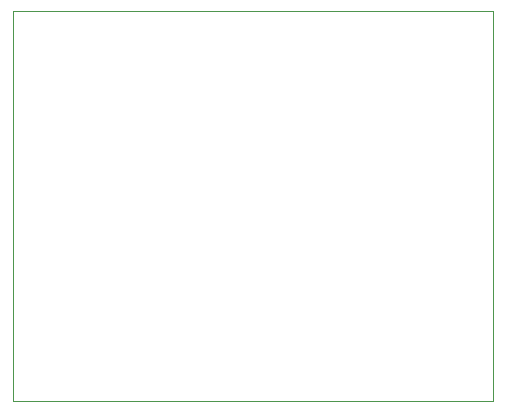
<source format=gbr>
%TF.GenerationSoftware,KiCad,Pcbnew,7.0.7*%
%TF.CreationDate,2023-09-26T16:23:54+08:00*%
%TF.ProjectId,led,6c65642e-6b69-4636-9164-5f7063625858,rev?*%
%TF.SameCoordinates,Original*%
%TF.FileFunction,Profile,NP*%
%FSLAX46Y46*%
G04 Gerber Fmt 4.6, Leading zero omitted, Abs format (unit mm)*
G04 Created by KiCad (PCBNEW 7.0.7) date 2023-09-26 16:23:54*
%MOMM*%
%LPD*%
G01*
G04 APERTURE LIST*
%TA.AperFunction,Profile*%
%ADD10C,0.100000*%
%TD*%
G04 APERTURE END LIST*
D10*
X25400000Y-25400000D02*
X66040000Y-25400000D01*
X66040000Y-58420000D01*
X25400000Y-58420000D01*
X25400000Y-25400000D01*
M02*

</source>
